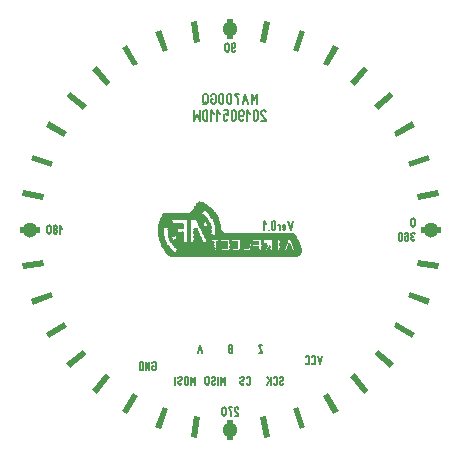
<source format=gbr>
%FSLAX34Y34*%
%MOMM*%
%LNSILK_BOTTOM*%
G71*
G01*
%ADD10C, 0.127*%
%ADD11C, 1.300*%
%ADD12R, 10.592X0.025*%
%ADD13R, 10.820X0.025*%
%ADD14R, 10.947X0.025*%
%ADD15R, 11.024X0.025*%
%ADD16R, 11.100X0.025*%
%ADD17R, 11.151X0.025*%
%ADD18R, 11.201X0.025*%
%ADD19R, 11.252X0.025*%
%ADD20R, 11.303X0.025*%
%ADD21R, 11.328X0.025*%
%ADD22R, 11.379X0.025*%
%ADD23R, 11.430X0.025*%
%ADD24R, 11.455X0.025*%
%ADD25R, 11.481X0.025*%
%ADD26R, 10.693X0.025*%
%ADD27R, 0.787X0.025*%
%ADD28R, 10.668X0.025*%
%ADD29R, 0.762X0.025*%
%ADD30R, 0.737X0.025*%
%ADD31R, 10.643X0.025*%
%ADD32R, 10.617X0.025*%
%ADD33R, 0.711X0.025*%
%ADD34R, 0.483X0.025*%
%ADD35R, 0.533X0.025*%
%ADD36R, 0.584X0.025*%
%ADD37R, 0.356X0.025*%
%ADD38R, 0.838X0.025*%
%ADD39R, 0.330X0.025*%
%ADD40R, 0.305X0.025*%
%ADD41R, 3.150X0.025*%
%ADD42R, 0.686X0.025*%
%ADD43R, 0.508X0.025*%
%ADD44R, 0.559X0.025*%
%ADD45R, 0.813X0.025*%
%ADD46R, 0.279X0.025*%
%ADD47R, 0.457X0.025*%
%ADD48R, 0.254X0.025*%
%ADD49R, 3.124X0.025*%
%ADD50R, 0.432X0.025*%
%ADD51R, 0.229X0.025*%
%ADD52R, 0.660X0.025*%
%ADD53R, 0.406X0.025*%
%ADD54R, 0.381X0.025*%
%ADD55R, 3.175X0.025*%
%ADD56R, 0.940X0.025*%
%ADD57R, 3.226X0.025*%
%ADD58R, 0.965X0.025*%
%ADD59R, 3.251X0.025*%
%ADD60R, 0.635X0.025*%
%ADD61R, 0.203X0.025*%
%ADD62R, 0.991X0.025*%
%ADD63R, 3.277X0.025*%
%ADD64R, 0.178X0.025*%
%ADD65R, 1.016X0.025*%
%ADD66R, 3.302X0.025*%
%ADD67R, 1.041X0.025*%
%ADD68R, 3.353X0.025*%
%ADD69R, 0.152X0.025*%
%ADD70R, 3.378X0.025*%
%ADD71R, 0.127X0.025*%
%ADD72R, 3.404X0.025*%
%ADD73R, 0.610X0.025*%
%ADD74R, 0.102X0.025*%
%ADD75R, 3.429X0.025*%
%ADD76R, 3.454X0.025*%
%ADD77R, 0.076X0.025*%
%ADD78R, 3.480X0.025*%
%ADD79R, 3.505X0.025*%
%ADD80R, 3.531X0.025*%
%ADD81R, 3.556X0.025*%
%ADD82R, 3.581X0.025*%
%ADD83R, 3.607X0.025*%
%ADD84R, 3.632X0.025*%
%ADD85R, 3.658X0.025*%
%ADD86R, 0.864X0.025*%
%ADD87R, 1.651X0.025*%
%ADD88R, 1.092X0.025*%
%ADD89R, 1.118X0.025*%
%ADD90R, 1.143X0.025*%
%ADD91R, 1.168X0.025*%
%ADD92R, 7.849X0.025*%
%ADD93R, 7.823X0.025*%
%ADD94R, 7.874X0.025*%
%ADD95R, 1.295X0.025*%
%ADD96R, 1.321X0.025*%
%ADD97R, 6.833X0.025*%
%ADD98R, 0.914X0.025*%
%ADD99R, 6.807X0.025*%
%ADD100R, 6.756X0.025*%
%ADD101R, 6.731X0.025*%
%ADD102R, 6.655X0.025*%
%ADD103R, 6.604X0.025*%
%ADD104R, 6.528X0.025*%
%ADD105R, 1.346X0.025*%
%ADD106R, 0.889X0.025*%
%ADD107R, 1.372X0.025*%
%ADD108R, 1.499X0.025*%
%ADD109R, 2.159X0.025*%
%ADD110R, 2.134X0.025*%
%ADD111R, 2.108X0.025*%
%ADD112R, 1.245X0.025*%
%ADD113R, 1.219X0.025*%
%ADD114R, 1.194X0.025*%
%ADD115R, 1.067X0.025*%
%ADD116R, 4.089X0.025*%
%ADD117R, 4.039X0.025*%
%ADD118R, 4.013X0.025*%
%ADD119R, 3.988X0.025*%
%ADD120R, 3.962X0.025*%
%ADD121R, 3.912X0.025*%
%ADD122R, 3.886X0.025*%
%ADD123R, 3.861X0.025*%
%ADD124R, 3.835X0.025*%
%ADD125R, 3.810X0.025*%
%ADD126R, 3.759X0.025*%
%ADD127R, 3.708X0.025*%
%ADD128R, 3.683X0.025*%
%ADD129R, 3.099X0.025*%
%ADD130R, 1.753X0.025*%
%ADD131R, 1.727X0.025*%
%ADD132R, 1.676X0.025*%
%ADD133R, 1.626X0.025*%
%ADD134R, 1.600X0.025*%
%ADD135R, 1.549X0.025*%
%ADD136R, 1.473X0.025*%
%ADD137R, 1.422X0.025*%
%ADD138R, 1.270X0.025*%
%ADD139C, 0.159*%
%ADD140R, 1.800X0.500*%
%ADD141R, 0.500X1.800*%
%LPD*%
G54D10*
X-4344Y-131444D02*
X-4344Y-124333D01*
X-6122Y-128777D01*
X-7900Y-124333D01*
X-7900Y-131444D01*
G54D10*
X-10390Y-131444D02*
X-10390Y-124333D01*
G54D10*
X-12878Y-130110D02*
X-13234Y-130999D01*
X-13945Y-131444D01*
X-14656Y-131444D01*
X-15367Y-130999D01*
X-15723Y-130110D01*
X-15723Y-129222D01*
X-15367Y-128333D01*
X-14656Y-127888D01*
X-13945Y-127888D01*
X-13234Y-127444D01*
X-12878Y-126555D01*
X-12878Y-125666D01*
X-13234Y-124777D01*
X-13945Y-124333D01*
X-14656Y-124333D01*
X-15367Y-124777D01*
X-15723Y-125666D01*
G54D10*
X-21056Y-125666D02*
X-21056Y-130110D01*
X-20700Y-130999D01*
X-19989Y-131444D01*
X-19278Y-131444D01*
X-18567Y-130999D01*
X-18212Y-130110D01*
X-18212Y-125666D01*
X-18567Y-124777D01*
X-19278Y-124333D01*
X-19989Y-124333D01*
X-20700Y-124777D01*
X-21056Y-125666D01*
G54D10*
X-29745Y-131444D02*
X-29745Y-124333D01*
X-31523Y-128777D01*
X-33301Y-124333D01*
X-33301Y-131444D01*
G54D10*
X-38634Y-125666D02*
X-38634Y-130110D01*
X-38279Y-130999D01*
X-37568Y-131444D01*
X-36857Y-131444D01*
X-36146Y-130999D01*
X-35790Y-130110D01*
X-35790Y-125666D01*
X-36146Y-124777D01*
X-36857Y-124333D01*
X-37568Y-124333D01*
X-38279Y-124777D01*
X-38634Y-125666D01*
G54D10*
X-41123Y-130110D02*
X-41479Y-130999D01*
X-42190Y-131444D01*
X-42901Y-131444D01*
X-43612Y-130999D01*
X-43967Y-130110D01*
X-43967Y-129222D01*
X-43612Y-128333D01*
X-42901Y-127888D01*
X-42190Y-127888D01*
X-41479Y-127444D01*
X-41123Y-126555D01*
X-41123Y-125666D01*
X-41479Y-124777D01*
X-42190Y-124333D01*
X-42901Y-124333D01*
X-43612Y-124777D01*
X-43967Y-125666D01*
G54D10*
X-46456Y-131444D02*
X-46456Y-124333D01*
G54D10*
X13945Y-130110D02*
X14300Y-130999D01*
X15011Y-131444D01*
X15722Y-131444D01*
X16433Y-130999D01*
X16789Y-130110D01*
X16789Y-125666D01*
X16433Y-124777D01*
X15722Y-124333D01*
X15011Y-124333D01*
X14300Y-124777D01*
X13945Y-125666D01*
G54D10*
X11456Y-130110D02*
X11100Y-130999D01*
X10389Y-131444D01*
X9678Y-131444D01*
X8967Y-130999D01*
X8612Y-130110D01*
X8612Y-129222D01*
X8967Y-128333D01*
X9678Y-127888D01*
X10389Y-127888D01*
X11100Y-127444D01*
X11456Y-126555D01*
X11456Y-125666D01*
X11100Y-124777D01*
X10389Y-124333D01*
X9678Y-124333D01*
X8967Y-124777D01*
X8612Y-125666D01*
G54D10*
X44822Y-130110D02*
X44466Y-130999D01*
X43755Y-131444D01*
X43044Y-131444D01*
X42333Y-130999D01*
X41978Y-130110D01*
X41978Y-129222D01*
X42333Y-128333D01*
X43044Y-127888D01*
X43755Y-127888D01*
X44466Y-127444D01*
X44822Y-126555D01*
X44822Y-125666D01*
X44466Y-124777D01*
X43755Y-124333D01*
X43044Y-124333D01*
X42333Y-124777D01*
X41978Y-125666D01*
G54D10*
X36645Y-130110D02*
X37000Y-130999D01*
X37711Y-131444D01*
X38422Y-131444D01*
X39133Y-130999D01*
X39489Y-130110D01*
X39489Y-125666D01*
X39133Y-124777D01*
X38422Y-124333D01*
X37711Y-124333D01*
X37000Y-124777D01*
X36645Y-125666D01*
G54D10*
X34156Y-131444D02*
X34156Y-124333D01*
G54D10*
X34156Y-129222D02*
X31312Y-124333D01*
G54D10*
X33089Y-127888D02*
X31312Y-131444D01*
G54D10*
X-23622Y-104456D02*
X-25400Y-97345D01*
X-27178Y-104456D01*
G54D10*
X-24334Y-101790D02*
X-26467Y-101790D01*
G54D10*
X1422Y-104433D02*
X1422Y-97322D01*
X-355Y-97322D01*
X-1066Y-97766D01*
X-1422Y-98655D01*
X-1422Y-99544D01*
X-1066Y-100433D01*
X-355Y-100877D01*
X-1066Y-101322D01*
X-1422Y-102210D01*
X-1422Y-103099D01*
X-1066Y-103988D01*
X-355Y-104433D01*
X1422Y-104433D01*
G54D10*
X1422Y-100877D02*
X-355Y-100877D01*
G54D10*
X26844Y-97322D02*
X24000Y-97322D01*
X26844Y-104433D01*
X24000Y-104433D01*
G54D10*
X-64567Y-115332D02*
X-65990Y-115332D01*
X-65990Y-117554D01*
X-65634Y-118443D01*
X-64923Y-118888D01*
X-64212Y-118888D01*
X-63501Y-118443D01*
X-63145Y-117554D01*
X-63145Y-113110D01*
X-63501Y-112221D01*
X-64212Y-111777D01*
X-64923Y-111777D01*
X-65634Y-112221D01*
X-65990Y-113110D01*
G54D10*
X-68478Y-118888D02*
X-68478Y-111777D01*
X-71323Y-118888D01*
X-71323Y-111777D01*
G54D10*
X-73811Y-118888D02*
X-73811Y-111777D01*
X-75589Y-111777D01*
X-76300Y-112221D01*
X-76656Y-113110D01*
X-76656Y-117554D01*
X-76300Y-118443D01*
X-75589Y-118888D01*
X-73811Y-118888D01*
G54D10*
X77934Y-106777D02*
X76156Y-113888D01*
X74378Y-106777D01*
G54D10*
X69044Y-112554D02*
X69400Y-113443D01*
X70111Y-113888D01*
X70822Y-113888D01*
X71533Y-113443D01*
X71889Y-112554D01*
X71889Y-108110D01*
X71533Y-107221D01*
X70822Y-106777D01*
X70111Y-106777D01*
X69400Y-107221D01*
X69044Y-108110D01*
G54D10*
X63711Y-112554D02*
X64067Y-113443D01*
X64778Y-113888D01*
X65489Y-113888D01*
X66200Y-113443D01*
X66556Y-112554D01*
X66556Y-108110D01*
X66200Y-107221D01*
X65489Y-106777D01*
X64778Y-106777D01*
X64067Y-107221D01*
X63711Y-108110D01*
G54D10*
X4089Y152088D02*
X3733Y151199D01*
X3022Y150754D01*
X2311Y150754D01*
X1600Y151199D01*
X1245Y152088D01*
X1245Y154310D01*
X1245Y154754D01*
X2311Y153866D01*
X3022Y153866D01*
X3733Y154310D01*
X4089Y155199D01*
X4089Y156532D01*
X3733Y157421D01*
X3022Y157866D01*
X2311Y157866D01*
X1600Y157421D01*
X1245Y156532D01*
X1245Y154310D01*
G54D10*
X-4088Y156532D02*
X-4088Y152088D01*
X-3733Y151199D01*
X-3022Y150754D01*
X-2311Y150754D01*
X-1600Y151199D01*
X-1244Y152088D01*
X-1244Y156532D01*
X-1600Y157421D01*
X-2311Y157866D01*
X-3022Y157866D01*
X-3733Y157421D01*
X-4088Y156532D01*
G54D10*
X3911Y-157336D02*
X6756Y-157336D01*
X6756Y-156892D01*
X6400Y-156003D01*
X4267Y-153336D01*
X3911Y-152447D01*
X3911Y-151558D01*
X4267Y-150670D01*
X4978Y-150225D01*
X5689Y-150225D01*
X6400Y-150670D01*
X6756Y-151558D01*
G54D10*
X1422Y-150225D02*
X-1422Y-150225D01*
X-1066Y-151114D01*
X-355Y-152447D01*
X356Y-154225D01*
X711Y-155558D01*
X711Y-157336D01*
G54D10*
X-6755Y-151558D02*
X-6755Y-156003D01*
X-6399Y-156892D01*
X-5688Y-157336D01*
X-4977Y-157336D01*
X-4266Y-156892D01*
X-3910Y-156003D01*
X-3910Y-151558D01*
X-4266Y-150670D01*
X-4977Y-150225D01*
X-5688Y-150225D01*
X-6399Y-150670D01*
X-6755Y-151558D01*
X170000Y0D02*
G54D11*
D03*
X0Y170000D02*
G54D11*
D03*
X-170000Y0D02*
G54D11*
D03*
X0Y-170000D02*
G54D11*
D03*
G54D10*
X153222Y8175D02*
X153222Y3731D01*
X153578Y2842D01*
X154289Y2398D01*
X155000Y2398D01*
X155711Y2842D01*
X156066Y3731D01*
X156066Y8175D01*
X155711Y9064D01*
X155000Y9509D01*
X154289Y9509D01*
X153578Y9064D01*
X153222Y8175D01*
G54D10*
X156112Y-3731D02*
X155756Y-2842D01*
X155045Y-2398D01*
X154334Y-2398D01*
X153623Y-2842D01*
X153268Y-3731D01*
X153268Y-4620D01*
X153623Y-5509D01*
X154334Y-5953D01*
X153623Y-6398D01*
X153268Y-7286D01*
X153268Y-8176D01*
X153623Y-9064D01*
X154334Y-9509D01*
X155045Y-9509D01*
X155756Y-9064D01*
X156112Y-8176D01*
G54D10*
X147935Y-3731D02*
X148290Y-2842D01*
X149001Y-2398D01*
X149712Y-2398D01*
X150423Y-2842D01*
X150779Y-3731D01*
X150779Y-5953D01*
X150779Y-6398D01*
X149712Y-5509D01*
X149001Y-5509D01*
X148290Y-5953D01*
X147935Y-6842D01*
X147935Y-8176D01*
X148290Y-9064D01*
X149001Y-9509D01*
X149712Y-9509D01*
X150423Y-9064D01*
X150779Y-8176D01*
X150779Y-5953D01*
G54D10*
X142602Y-3731D02*
X142602Y-8176D01*
X142957Y-9064D01*
X143668Y-9509D01*
X144379Y-9509D01*
X145090Y-9064D01*
X145446Y-8176D01*
X145446Y-3731D01*
X145090Y-2842D01*
X144379Y-2398D01*
X143668Y-2398D01*
X142957Y-2842D01*
X142602Y-3731D01*
G54D10*
X-142556Y889D02*
X-144334Y3555D01*
X-144334Y-3556D01*
G54D10*
X-148600Y0D02*
X-147889Y0D01*
X-147178Y444D01*
X-146823Y1333D01*
X-146823Y2222D01*
X-147178Y3111D01*
X-147889Y3555D01*
X-148600Y3555D01*
X-149312Y3111D01*
X-149667Y2222D01*
X-149667Y1333D01*
X-149312Y444D01*
X-148600Y0D01*
X-149312Y-445D01*
X-149667Y-1334D01*
X-149667Y-2222D01*
X-149312Y-3111D01*
X-148600Y-3556D01*
X-147889Y-3556D01*
X-147178Y-3111D01*
X-146823Y-2222D01*
X-146823Y-1334D01*
X-147178Y-445D01*
X-147889Y0D01*
G54D10*
X-155000Y2222D02*
X-155000Y-2222D01*
X-154645Y-3111D01*
X-153934Y-3556D01*
X-153222Y-3556D01*
X-152511Y-3111D01*
X-152156Y-2222D01*
X-152156Y2222D01*
X-152511Y3111D01*
X-153222Y3555D01*
X-153934Y3555D01*
X-154645Y3111D01*
X-155000Y2222D01*
X7704Y-18034D02*
G54D12*
D03*
X3386Y-23114D02*
G54D12*
D03*
X3512Y-22860D02*
G54D13*
D03*
X3386Y-22606D02*
G54D14*
D03*
X3512Y-22352D02*
G54D15*
D03*
X3386Y-22098D02*
G54D16*
D03*
X3386Y-21844D02*
G54D17*
D03*
X3386Y-21590D02*
G54D18*
D03*
X3386Y-21336D02*
G54D19*
D03*
X3386Y-21082D02*
G54D20*
D03*
X3258Y-20828D02*
G54D21*
D03*
X3258Y-20574D02*
G54D22*
D03*
X3258Y-20320D02*
G54D23*
D03*
X3132Y-20066D02*
G54D24*
D03*
X3004Y-19812D02*
G54D25*
D03*
X7196Y-19558D02*
G54D26*
D03*
X12276Y-15494D02*
G54D27*
D03*
X12276Y-15240D02*
G54D27*
D03*
X12276Y-14986D02*
G54D27*
D03*
X12276Y-14732D02*
G54D27*
D03*
X12276Y-14478D02*
G54D27*
D03*
X12276Y-14224D02*
G54D27*
D03*
X12276Y-13970D02*
G54D27*
D03*
X12276Y-13716D02*
G54D27*
D03*
X12276Y-13462D02*
G54D27*
D03*
X12276Y-13208D02*
G54D27*
D03*
X12276Y-12954D02*
G54D27*
D03*
X12276Y-12700D02*
G54D27*
D03*
X12276Y-12446D02*
G54D27*
D03*
X12276Y-12192D02*
G54D27*
D03*
X12276Y-11938D02*
G54D27*
D03*
X12276Y-11684D02*
G54D27*
D03*
X12276Y-11430D02*
G54D27*
D03*
X12276Y-11176D02*
G54D27*
D03*
X12276Y-10922D02*
G54D27*
D03*
X12276Y-10668D02*
G54D27*
D03*
X12276Y-10414D02*
G54D27*
D03*
X12276Y-10160D02*
G54D27*
D03*
X12276Y-9906D02*
G54D27*
D03*
X12276Y-9652D02*
G54D27*
D03*
X12276Y-9398D02*
G54D27*
D03*
X21166Y-17272D02*
G54D27*
D03*
X-18966Y-4826D02*
G54D27*
D03*
X-19728Y-3048D02*
G54D27*
D03*
X-27094Y-9906D02*
G54D27*
D03*
X-27094Y-10160D02*
G54D27*
D03*
X-48938Y-508D02*
G54D27*
D03*
X-48938Y-254D02*
G54D27*
D03*
X-17950Y15748D02*
G54D27*
D03*
X-24554Y21082D02*
G54D27*
D03*
X-50716Y-19558D02*
G54D27*
D03*
X7322Y-19304D02*
G54D28*
D03*
X7322Y-19050D02*
G54D28*
D03*
X3258Y-15494D02*
G54D29*
D03*
X3258Y-15240D02*
G54D29*
D03*
X3258Y-14986D02*
G54D29*
D03*
X3258Y-14732D02*
G54D29*
D03*
X3258Y-14478D02*
G54D29*
D03*
X3258Y-12192D02*
G54D29*
D03*
X3258Y-11938D02*
G54D29*
D03*
X3258Y-11684D02*
G54D29*
D03*
X3258Y-11430D02*
G54D29*
D03*
X3258Y-11176D02*
G54D29*
D03*
X3258Y-10922D02*
G54D29*
D03*
X3258Y-10668D02*
G54D29*
D03*
X12148Y-15748D02*
G54D29*
D03*
X21292Y-15748D02*
G54D29*
D03*
X21292Y-15494D02*
G54D29*
D03*
X21292Y-15240D02*
G54D29*
D03*
X21292Y-14986D02*
G54D29*
D03*
X21292Y-16002D02*
G54D29*
D03*
X21292Y-16256D02*
G54D29*
D03*
X21292Y-16510D02*
G54D29*
D03*
X21292Y-16764D02*
G54D29*
D03*
X21292Y-17018D02*
G54D29*
D03*
X21292Y-12446D02*
G54D29*
D03*
X21292Y-12192D02*
G54D29*
D03*
X21292Y-11938D02*
G54D29*
D03*
X21292Y-11684D02*
G54D29*
D03*
X21292Y-11430D02*
G54D29*
D03*
X21292Y-11176D02*
G54D29*
D03*
X21292Y-10922D02*
G54D29*
D03*
X21292Y-10668D02*
G54D29*
D03*
X45422Y-9906D02*
G54D29*
D03*
X45422Y-9652D02*
G54D29*
D03*
X45422Y-9398D02*
G54D29*
D03*
X56852Y-17780D02*
G54D29*
D03*
X-8934Y-3048D02*
G54D29*
D03*
X-19856Y-3302D02*
G54D29*
D03*
X-27222Y-9398D02*
G54D29*
D03*
X-27222Y-9652D02*
G54D29*
D03*
X-43224Y-9144D02*
G54D29*
D03*
X-49066Y0D02*
G54D29*
D03*
X-17824Y15494D02*
G54D29*
D03*
X-24682Y21336D02*
G54D29*
D03*
X-51098Y-19304D02*
G54D29*
D03*
X-51224Y-19050D02*
G54D30*
D03*
X-51478Y-18796D02*
G54D30*
D03*
X-51732Y-18542D02*
G54D30*
D03*
X-43096Y-8890D02*
G54D30*
D03*
X-27348Y-8890D02*
G54D30*
D03*
X-27348Y-8636D02*
G54D30*
D03*
X-27348Y-9144D02*
G54D30*
D03*
X-19728Y-3810D02*
G54D30*
D03*
X-19728Y-3556D02*
G54D30*
D03*
X3132Y-12446D02*
G54D30*
D03*
X3132Y-14224D02*
G54D30*
D03*
X3132Y-15748D02*
G54D30*
D03*
X12022Y-16002D02*
G54D30*
D03*
X21166Y-14732D02*
G54D30*
D03*
X21166Y-12700D02*
G54D30*
D03*
X45296Y-10414D02*
G54D30*
D03*
X45296Y-10160D02*
G54D30*
D03*
X56980Y-17526D02*
G54D30*
D03*
X-16680Y14478D02*
G54D30*
D03*
X-16934Y14732D02*
G54D30*
D03*
X-17188Y14986D02*
G54D30*
D03*
X-17442Y15240D02*
G54D30*
D03*
X-48938Y254D02*
G54D30*
D03*
X7450Y-18796D02*
G54D31*
D03*
X7576Y-18542D02*
G54D32*
D03*
X7576Y-18288D02*
G54D32*
D03*
X11894Y-16256D02*
G54D33*
D03*
X3004Y-16002D02*
G54D33*
D03*
X3004Y-12700D02*
G54D33*
D03*
X21038Y-12954D02*
G54D33*
D03*
X45168Y-11176D02*
G54D33*
D03*
X45168Y-10922D02*
G54D33*
D03*
X45168Y-10668D02*
G54D33*
D03*
X56090Y-14224D02*
G54D33*
D03*
X56852Y-16256D02*
G54D33*
D03*
X57106Y-17018D02*
G54D33*
D03*
X57106Y-17272D02*
G54D33*
D03*
X-9188Y-2794D02*
G54D33*
D03*
X-19602Y-4064D02*
G54D33*
D03*
X-19602Y-4318D02*
G54D33*
D03*
X-27476Y-8128D02*
G54D33*
D03*
X-27476Y-8382D02*
G54D33*
D03*
X-42970Y-6350D02*
G54D33*
D03*
X-42970Y-6096D02*
G54D33*
D03*
X-42970Y-5842D02*
G54D33*
D03*
X-24428Y5842D02*
G54D33*
D03*
X-16554Y14224D02*
G54D33*
D03*
X-52114Y-18288D02*
G54D33*
D03*
X-52368Y-18034D02*
G54D33*
D03*
X-28618Y-3810D02*
G54D34*
D03*
X-28618Y-3556D02*
G54D34*
D03*
X28786Y-12700D02*
G54D34*
D03*
X28786Y-15240D02*
G54D34*
D03*
X44026Y-16764D02*
G54D34*
D03*
X44026Y-17018D02*
G54D34*
D03*
X50122Y-17526D02*
G54D34*
D03*
X50122Y-17780D02*
G54D34*
D03*
X44280Y-16002D02*
G54D35*
D03*
X44280Y-15748D02*
G54D35*
D03*
X44280Y-15494D02*
G54D35*
D03*
X43518Y-17780D02*
G54D35*
D03*
X37930Y-17272D02*
G54D35*
D03*
X37930Y-17018D02*
G54D35*
D03*
X37930Y-16764D02*
G54D35*
D03*
X37930Y-16510D02*
G54D35*
D03*
X37930Y-16256D02*
G54D35*
D03*
X37930Y-16002D02*
G54D35*
D03*
X37930Y-15748D02*
G54D35*
D03*
X37930Y-15494D02*
G54D35*
D03*
X37930Y-15240D02*
G54D35*
D03*
X37930Y-14986D02*
G54D35*
D03*
X37930Y-14732D02*
G54D35*
D03*
X37930Y-14478D02*
G54D35*
D03*
X37930Y-14224D02*
G54D35*
D03*
X37930Y-13970D02*
G54D35*
D03*
X37930Y-13716D02*
G54D35*
D03*
X37930Y-13462D02*
G54D35*
D03*
X37930Y-13208D02*
G54D35*
D03*
X37930Y-12954D02*
G54D35*
D03*
X37930Y-12700D02*
G54D35*
D03*
X37930Y-12446D02*
G54D35*
D03*
X37930Y-12192D02*
G54D35*
D03*
X37930Y-11938D02*
G54D35*
D03*
X37930Y-11684D02*
G54D35*
D03*
X37930Y-11430D02*
G54D35*
D03*
X37930Y-11176D02*
G54D35*
D03*
X37930Y-10922D02*
G54D35*
D03*
X37930Y-10668D02*
G54D35*
D03*
X37930Y-10414D02*
G54D35*
D03*
X37930Y-10160D02*
G54D35*
D03*
X37930Y-9906D02*
G54D35*
D03*
X37930Y-9652D02*
G54D35*
D03*
X37930Y-9398D02*
G54D35*
D03*
X29040Y-13462D02*
G54D35*
D03*
X29040Y-14732D02*
G54D35*
D03*
X-9822Y-17272D02*
G54D35*
D03*
X-28364Y-4826D02*
G54D35*
D03*
X-28364Y-4572D02*
G54D35*
D03*
X-18966Y2286D02*
G54D35*
D03*
X-11092Y4572D02*
G54D35*
D03*
X-11092Y4826D02*
G54D35*
D03*
X-10838Y4064D02*
G54D35*
D03*
X-10838Y3810D02*
G54D35*
D03*
X-10838Y3556D02*
G54D35*
D03*
X-10584Y3048D02*
G54D35*
D03*
X-10584Y2794D02*
G54D35*
D03*
X-10584Y2540D02*
G54D35*
D03*
X-10584Y2286D02*
G54D35*
D03*
X-10330Y1778D02*
G54D35*
D03*
X-10330Y1524D02*
G54D35*
D03*
X-10330Y1270D02*
G54D35*
D03*
X-10330Y1016D02*
G54D35*
D03*
X-10330Y762D02*
G54D35*
D03*
X-10330Y508D02*
G54D35*
D03*
X-10076Y-254D02*
G54D35*
D03*
X-10076Y-508D02*
G54D35*
D03*
X-10076Y-762D02*
G54D35*
D03*
X-11346Y5588D02*
G54D35*
D03*
X-25062Y22098D02*
G54D35*
D03*
X-58336Y1270D02*
G54D35*
D03*
X-58336Y1016D02*
G54D35*
D03*
X-58590Y0D02*
G54D35*
D03*
X-58590Y-254D02*
G54D35*
D03*
X-58590Y-508D02*
G54D35*
D03*
X-58590Y-762D02*
G54D35*
D03*
X-58590Y-1016D02*
G54D35*
D03*
X-58590Y-1270D02*
G54D35*
D03*
X-58590Y-1524D02*
G54D35*
D03*
X-58590Y-1778D02*
G54D35*
D03*
X-58590Y-2032D02*
G54D35*
D03*
X-58590Y-2286D02*
G54D35*
D03*
X-58590Y-2540D02*
G54D35*
D03*
X-58590Y-2794D02*
G54D35*
D03*
X-58590Y-3048D02*
G54D35*
D03*
X-58590Y-3302D02*
G54D35*
D03*
X-58590Y-3556D02*
G54D35*
D03*
X-58336Y-4826D02*
G54D35*
D03*
X-58336Y-5080D02*
G54D35*
D03*
X-58336Y-5334D02*
G54D35*
D03*
X-58336Y-5588D02*
G54D35*
D03*
X-58336Y-5842D02*
G54D35*
D03*
X-58336Y-6096D02*
G54D35*
D03*
X-58082Y-6350D02*
G54D35*
D03*
X-58082Y-6604D02*
G54D35*
D03*
X-58082Y-6858D02*
G54D35*
D03*
X-58082Y-7112D02*
G54D35*
D03*
X-57828Y-7620D02*
G54D35*
D03*
X-57828Y-7874D02*
G54D35*
D03*
X-57828Y-8128D02*
G54D35*
D03*
X-57574Y-8636D02*
G54D35*
D03*
X-57574Y-8890D02*
G54D35*
D03*
X-56812Y-10922D02*
G54D36*
D03*
X-56558Y-11430D02*
G54D36*
D03*
X-56558Y-11684D02*
G54D36*
D03*
X-56304Y-11938D02*
G54D36*
D03*
X-56304Y-12192D02*
G54D36*
D03*
X-56050Y-12446D02*
G54D36*
D03*
X-56050Y-12700D02*
G54D36*
D03*
X-55796Y-12954D02*
G54D36*
D03*
X-55796Y-13208D02*
G54D36*
D03*
X-55542Y-13462D02*
G54D36*
D03*
X-28110Y-5842D02*
G54D36*
D03*
X-28110Y-5588D02*
G54D36*
D03*
X-9822Y-1524D02*
G54D36*
D03*
X-24808Y5080D02*
G54D36*
D03*
X-13124Y9652D02*
G54D36*
D03*
X-12870Y9144D02*
G54D36*
D03*
X-12616Y8890D02*
G54D36*
D03*
X-12616Y8636D02*
G54D36*
D03*
X-12362Y8382D02*
G54D36*
D03*
X-12362Y8128D02*
G54D36*
D03*
X-12108Y7620D02*
G54D36*
D03*
X29294Y-13970D02*
G54D36*
D03*
X37676Y-17780D02*
G54D36*
D03*
X44534Y-14478D02*
G54D36*
D03*
X44534Y-14224D02*
G54D36*
D03*
X-10076Y-17780D02*
G54D36*
D03*
X27388Y-17780D02*
G54D37*
D03*
X27642Y-17526D02*
G54D37*
D03*
X27896Y-17272D02*
G54D37*
D03*
X28150Y-17018D02*
G54D37*
D03*
X32214Y-17780D02*
G54D37*
D03*
X49994Y-16002D02*
G54D37*
D03*
X-29254Y-1016D02*
G54D37*
D03*
X-29254Y-762D02*
G54D37*
D03*
X-19982Y-2032D02*
G54D38*
D03*
X-19982Y-2286D02*
G54D38*
D03*
X-26840Y-10922D02*
G54D38*
D03*
X-26840Y-11176D02*
G54D38*
D03*
X-48684Y-1270D02*
G54D38*
D03*
X-48684Y-1016D02*
G54D38*
D03*
X20912Y-17780D02*
G54D38*
D03*
X32342Y-17526D02*
G54D39*
D03*
X50122Y-15748D02*
G54D39*
D03*
X50122Y-15494D02*
G54D39*
D03*
X9228Y-17780D02*
G54D39*
D03*
X-29380Y-508D02*
G54D39*
D03*
X-29380Y-254D02*
G54D39*
D03*
X-18204Y2794D02*
G54D39*
D03*
X-29508Y0D02*
G54D40*
D03*
X-35096Y7620D02*
G54D40*
D03*
X-50082Y-8890D02*
G54D40*
D03*
X-49828Y-9398D02*
G54D40*
D03*
X210Y-17780D02*
G54D40*
D03*
X9354Y-17526D02*
G54D40*
D03*
X32468Y-17272D02*
G54D40*
D03*
X49994Y-15240D02*
G54D40*
D03*
X-29254Y-17018D02*
G54D41*
D03*
X-29254Y-17526D02*
G54D41*
D03*
X-29254Y-17780D02*
G54D41*
D03*
X-42842Y-8636D02*
G54D42*
D03*
X-42842Y-6858D02*
G54D42*
D03*
X-42842Y-6604D02*
G54D42*
D03*
X-27602Y-7620D02*
G54D42*
D03*
X-27602Y-7874D02*
G54D42*
D03*
X-19474Y-4572D02*
G54D42*
D03*
X-9314Y-2540D02*
G54D42*
D03*
X20912Y-13208D02*
G54D42*
D03*
X11768Y-16510D02*
G54D42*
D03*
X2878Y-16256D02*
G54D42*
D03*
X45042Y-11938D02*
G54D42*
D03*
X45042Y-11684D02*
G54D42*
D03*
X45042Y-11430D02*
G54D42*
D03*
X54186Y-9398D02*
G54D42*
D03*
X54440Y-9906D02*
G54D42*
D03*
X54440Y-10160D02*
G54D42*
D03*
X54694Y-10414D02*
G54D42*
D03*
X54694Y-10668D02*
G54D42*
D03*
X54948Y-11176D02*
G54D42*
D03*
X54948Y-11430D02*
G54D42*
D03*
X55202Y-11684D02*
G54D42*
D03*
X55202Y-11938D02*
G54D42*
D03*
X55202Y-12192D02*
G54D42*
D03*
X55456Y-12446D02*
G54D42*
D03*
X55456Y-12700D02*
G54D42*
D03*
X55710Y-12954D02*
G54D42*
D03*
X55710Y-13208D02*
G54D42*
D03*
X55710Y-13462D02*
G54D42*
D03*
X55964Y-13716D02*
G54D42*
D03*
X55964Y-13970D02*
G54D42*
D03*
X56218Y-14478D02*
G54D42*
D03*
X56218Y-14732D02*
G54D42*
D03*
X56472Y-14986D02*
G54D42*
D03*
X56472Y-15240D02*
G54D42*
D03*
X56472Y-15494D02*
G54D42*
D03*
X56726Y-15748D02*
G54D42*
D03*
X56726Y-16002D02*
G54D42*
D03*
X56980Y-16510D02*
G54D42*
D03*
X56980Y-16764D02*
G54D42*
D03*
X-15664Y13462D02*
G54D42*
D03*
X-15918Y13716D02*
G54D42*
D03*
X-16172Y13970D02*
G54D42*
D03*
X-24808Y21590D02*
G54D42*
D03*
X-53002Y-17272D02*
G54D42*
D03*
X-52748Y-17526D02*
G54D42*
D03*
X-52494Y-17780D02*
G54D42*
D03*
X-58464Y-4572D02*
G54D43*
D03*
X-58464Y-4318D02*
G54D43*
D03*
X-58464Y-4064D02*
G54D43*
D03*
X-58464Y-3810D02*
G54D43*
D03*
X-58464Y254D02*
G54D43*
D03*
X-58464Y508D02*
G54D43*
D03*
X-58464Y762D02*
G54D43*
D03*
X-28492Y-4064D02*
G54D43*
D03*
X-28492Y-4318D02*
G54D43*
D03*
X-10204Y0D02*
G54D43*
D03*
X-10204Y254D02*
G54D43*
D03*
X-10458Y2032D02*
G54D43*
D03*
X-24936Y4826D02*
G54D43*
D03*
X-9696Y-12954D02*
G54D43*
D03*
X-9696Y-13208D02*
G54D43*
D03*
X-9696Y-13462D02*
G54D43*
D03*
X-9696Y-13716D02*
G54D43*
D03*
X-9696Y-13970D02*
G54D43*
D03*
X-9696Y-16764D02*
G54D43*
D03*
X-9696Y-17018D02*
G54D43*
D03*
X28912Y-14986D02*
G54D43*
D03*
X28912Y-13208D02*
G54D43*
D03*
X28912Y-12954D02*
G54D43*
D03*
X43644Y-17526D02*
G54D43*
D03*
X43898Y-17272D02*
G54D43*
D03*
X44152Y-16510D02*
G54D43*
D03*
X44152Y-16256D02*
G54D43*
D03*
X44406Y-15240D02*
G54D44*
D03*
X44406Y-14986D02*
G54D44*
D03*
X44406Y-14732D02*
G54D44*
D03*
X37802Y-17526D02*
G54D44*
D03*
X29166Y-14478D02*
G54D44*
D03*
X29166Y-14224D02*
G54D44*
D03*
X29166Y-13716D02*
G54D44*
D03*
X-9950Y-17526D02*
G54D44*
D03*
X-28238Y-5334D02*
G54D44*
D03*
X-28238Y-5080D02*
G54D44*
D03*
X-9950Y-1270D02*
G54D44*
D03*
X-9950Y-1016D02*
G54D44*
D03*
X-10712Y3302D02*
G54D44*
D03*
X-10966Y4318D02*
G54D44*
D03*
X-11220Y5080D02*
G54D44*
D03*
X-11220Y5334D02*
G54D44*
D03*
X-11474Y5842D02*
G54D44*
D03*
X-11474Y6096D02*
G54D44*
D03*
X-11728Y6350D02*
G54D44*
D03*
X-11728Y6604D02*
G54D44*
D03*
X-11728Y6858D02*
G54D44*
D03*
X-11982Y7112D02*
G54D44*
D03*
X-11982Y7366D02*
G54D44*
D03*
X-12236Y7874D02*
G54D44*
D03*
X-49574Y-5842D02*
G54D44*
D03*
X-57702Y-8382D02*
G54D44*
D03*
X-57448Y-9144D02*
G54D44*
D03*
X-57448Y-9398D02*
G54D44*
D03*
X-57194Y-9652D02*
G54D44*
D03*
X-57194Y-9906D02*
G54D44*
D03*
X-57194Y-10160D02*
G54D44*
D03*
X-56940Y-10414D02*
G54D44*
D03*
X-56940Y-10668D02*
G54D44*
D03*
X-56686Y-11176D02*
G54D44*
D03*
X-57956Y-7366D02*
G54D44*
D03*
X-43478Y-9398D02*
G54D45*
D03*
X-26968Y-10414D02*
G54D45*
D03*
X-26968Y-10668D02*
G54D45*
D03*
X-19856Y-2794D02*
G54D45*
D03*
X-19856Y-2540D02*
G54D45*
D03*
X-48812Y-762D02*
G54D45*
D03*
X21038Y-17526D02*
G54D45*
D03*
X32596Y-17018D02*
G54D46*
D03*
X27770Y-12192D02*
G54D46*
D03*
X9482Y-17272D02*
G54D46*
D03*
X338Y-17526D02*
G54D46*
D03*
X-35222Y-11176D02*
G54D46*
D03*
X-35222Y-10922D02*
G54D46*
D03*
X-35222Y-10668D02*
G54D46*
D03*
X-35222Y-10414D02*
G54D46*
D03*
X-35222Y-10160D02*
G54D46*
D03*
X-35222Y-9906D02*
G54D46*
D03*
X-35222Y-9652D02*
G54D46*
D03*
X-35222Y-9398D02*
G54D46*
D03*
X-35222Y-9144D02*
G54D46*
D03*
X-35222Y-8890D02*
G54D46*
D03*
X-35222Y-8636D02*
G54D46*
D03*
X-35222Y-8382D02*
G54D46*
D03*
X-35222Y-8128D02*
G54D46*
D03*
X-35222Y-7874D02*
G54D46*
D03*
X-35222Y-7620D02*
G54D46*
D03*
X-35222Y-7366D02*
G54D46*
D03*
X-35222Y-7112D02*
G54D46*
D03*
X-35222Y-6858D02*
G54D46*
D03*
X-35222Y-6604D02*
G54D46*
D03*
X-35222Y-6350D02*
G54D46*
D03*
X-35222Y-6096D02*
G54D46*
D03*
X-35222Y-5842D02*
G54D46*
D03*
X-35222Y-5588D02*
G54D46*
D03*
X-35222Y-5334D02*
G54D46*
D03*
X-35222Y-5080D02*
G54D46*
D03*
X-35222Y-4826D02*
G54D46*
D03*
X-35222Y-4572D02*
G54D46*
D03*
X-35222Y-4318D02*
G54D46*
D03*
X-35222Y-4064D02*
G54D46*
D03*
X-35222Y-3810D02*
G54D46*
D03*
X-35222Y-3556D02*
G54D46*
D03*
X-35222Y-3302D02*
G54D46*
D03*
X-35222Y-3048D02*
G54D46*
D03*
X-35222Y-2794D02*
G54D46*
D03*
X-35222Y-2540D02*
G54D46*
D03*
X-35222Y-2286D02*
G54D46*
D03*
X-35222Y-2032D02*
G54D46*
D03*
X-35222Y-1778D02*
G54D46*
D03*
X-35222Y-1524D02*
G54D46*
D03*
X-35222Y-1270D02*
G54D46*
D03*
X-35222Y-1016D02*
G54D46*
D03*
X-35222Y-762D02*
G54D46*
D03*
X-35222Y-508D02*
G54D46*
D03*
X-35222Y-254D02*
G54D46*
D03*
X-35222Y0D02*
G54D46*
D03*
X-35222Y254D02*
G54D46*
D03*
X-35222Y508D02*
G54D46*
D03*
X-35222Y762D02*
G54D46*
D03*
X-35222Y1016D02*
G54D46*
D03*
X-35222Y1270D02*
G54D46*
D03*
X-35222Y1524D02*
G54D46*
D03*
X-35222Y1778D02*
G54D46*
D03*
X-35222Y2032D02*
G54D46*
D03*
X-35222Y2286D02*
G54D46*
D03*
X-35222Y2540D02*
G54D46*
D03*
X-35222Y2794D02*
G54D46*
D03*
X-35222Y3048D02*
G54D46*
D03*
X-35222Y3302D02*
G54D46*
D03*
X-35222Y3556D02*
G54D46*
D03*
X-35222Y3810D02*
G54D46*
D03*
X-35222Y4064D02*
G54D46*
D03*
X-35222Y4318D02*
G54D46*
D03*
X-35222Y4572D02*
G54D46*
D03*
X-35222Y4826D02*
G54D46*
D03*
X-35222Y5080D02*
G54D46*
D03*
X-35222Y5334D02*
G54D46*
D03*
X-35222Y5588D02*
G54D46*
D03*
X-35222Y5842D02*
G54D46*
D03*
X-35222Y6096D02*
G54D46*
D03*
X-35222Y6350D02*
G54D46*
D03*
X-35222Y6604D02*
G54D46*
D03*
X-35222Y6858D02*
G54D46*
D03*
X-35222Y7112D02*
G54D46*
D03*
X-35222Y7366D02*
G54D46*
D03*
X-29380Y254D02*
G54D46*
D03*
X-18458Y4572D02*
G54D46*
D03*
X-18458Y4826D02*
G54D46*
D03*
X-18712Y5080D02*
G54D46*
D03*
X-18712Y5334D02*
G54D46*
D03*
X-18966Y5588D02*
G54D46*
D03*
X-18966Y5842D02*
G54D46*
D03*
X-18204Y4064D02*
G54D46*
D03*
X-18204Y3810D02*
G54D46*
D03*
X-17950Y3302D02*
G54D46*
D03*
X-17950Y3048D02*
G54D46*
D03*
X-49700Y-9652D02*
G54D46*
D03*
X-49954Y-9144D02*
G54D46*
D03*
X-50208Y-8636D02*
G54D46*
D03*
X-50208Y-8382D02*
G54D46*
D03*
X-50462Y-8128D02*
G54D46*
D03*
X-50462Y-7874D02*
G54D46*
D03*
X-50716Y-7366D02*
G54D46*
D03*
X-50716Y-7112D02*
G54D46*
D03*
X-50970Y-6604D02*
G54D46*
D03*
X-25316Y22860D02*
G54D46*
D03*
X50122Y-14986D02*
G54D46*
D03*
X49994Y-17272D02*
G54D47*
D03*
X28658Y-15748D02*
G54D47*
D03*
X28658Y-15494D02*
G54D47*
D03*
X28658Y-12446D02*
G54D47*
D03*
X-18332Y-9652D02*
G54D47*
D03*
X-18332Y-9398D02*
G54D47*
D03*
X-28746Y-3302D02*
G54D47*
D03*
X-28746Y-3048D02*
G54D47*
D03*
X-28746Y-2794D02*
G54D47*
D03*
X-25190Y4572D02*
G54D47*
D03*
X-50082Y-6096D02*
G54D47*
D03*
X-25190Y22352D02*
G54D47*
D03*
X-18332Y4318D02*
G54D48*
D03*
X-18078Y3556D02*
G54D48*
D03*
X-8426Y-9398D02*
G54D48*
D03*
X-8426Y-9652D02*
G54D48*
D03*
X-8426Y-9906D02*
G54D48*
D03*
X-8426Y-10160D02*
G54D48*
D03*
X-8426Y-10414D02*
G54D48*
D03*
X718Y-9398D02*
G54D48*
D03*
X9608Y-16764D02*
G54D48*
D03*
X9608Y-17018D02*
G54D48*
D03*
X464Y-17272D02*
G54D48*
D03*
X18752Y-9398D02*
G54D48*
D03*
X27642Y-9398D02*
G54D48*
D03*
X27642Y-9652D02*
G54D48*
D03*
X27642Y-9906D02*
G54D48*
D03*
X27642Y-10160D02*
G54D48*
D03*
X27642Y-10414D02*
G54D48*
D03*
X27642Y-10668D02*
G54D48*
D03*
X27642Y-10922D02*
G54D48*
D03*
X27642Y-11176D02*
G54D48*
D03*
X27642Y-11430D02*
G54D48*
D03*
X27642Y-11684D02*
G54D48*
D03*
X27642Y-11938D02*
G54D48*
D03*
X32722Y-16510D02*
G54D48*
D03*
X32722Y-16764D02*
G54D48*
D03*
X49994Y-14732D02*
G54D48*
D03*
X-50590Y-7620D02*
G54D48*
D03*
X-50844Y-6858D02*
G54D48*
D03*
X-29126Y-17272D02*
G54D49*
D03*
X-18204Y-10160D02*
G54D50*
D03*
X-18204Y-9906D02*
G54D50*
D03*
X-28872Y-2540D02*
G54D50*
D03*
X-28872Y-2286D02*
G54D50*
D03*
X-24554Y3048D02*
G54D50*
D03*
X-24808Y3556D02*
G54D50*
D03*
X-25062Y4064D02*
G54D50*
D03*
X-18458Y2540D02*
G54D50*
D03*
X28532Y-16002D02*
G54D50*
D03*
X50122Y-17018D02*
G54D50*
D03*
X50122Y-14478D02*
G54D51*
D03*
X50122Y-14224D02*
G54D51*
D03*
X32850Y-16256D02*
G54D51*
D03*
X18626Y-14478D02*
G54D51*
D03*
X18626Y-14224D02*
G54D51*
D03*
X18626Y-13970D02*
G54D51*
D03*
X18626Y-13716D02*
G54D51*
D03*
X18626Y-13462D02*
G54D51*
D03*
X18626Y-10414D02*
G54D51*
D03*
X18626Y-10160D02*
G54D51*
D03*
X18626Y-9906D02*
G54D51*
D03*
X18626Y-9652D02*
G54D51*
D03*
X592Y-9652D02*
G54D51*
D03*
X592Y-9906D02*
G54D51*
D03*
X592Y-10160D02*
G54D51*
D03*
X592Y-10414D02*
G54D51*
D03*
X592Y-12954D02*
G54D51*
D03*
X592Y-13208D02*
G54D51*
D03*
X592Y-13462D02*
G54D51*
D03*
X592Y-13716D02*
G54D51*
D03*
X592Y-13970D02*
G54D51*
D03*
X592Y-16764D02*
G54D51*
D03*
X592Y-17018D02*
G54D51*
D03*
X2750Y-16510D02*
G54D52*
D03*
X-16808Y-10668D02*
G54D52*
D03*
X-27730Y-7366D02*
G54D52*
D03*
X-27730Y-7112D02*
G54D52*
D03*
X-42716Y-7112D02*
G54D52*
D03*
X-42716Y-7366D02*
G54D52*
D03*
X-54146Y-15748D02*
G54D52*
D03*
X-53638Y-16510D02*
G54D52*
D03*
X-53384Y-16764D02*
G54D52*
D03*
X-53130Y-17018D02*
G54D52*
D03*
X-24428Y5588D02*
G54D52*
D03*
X-14776Y12192D02*
G54D52*
D03*
X-15030Y12446D02*
G54D52*
D03*
X-15030Y12700D02*
G54D52*
D03*
X-15284Y12954D02*
G54D52*
D03*
X-15538Y13208D02*
G54D52*
D03*
X44914Y-12192D02*
G54D52*
D03*
X44914Y-12446D02*
G54D52*
D03*
X54312Y-9652D02*
G54D52*
D03*
X54820Y-10922D02*
G54D52*
D03*
X49994Y-16764D02*
G54D53*
D03*
X28404Y-16256D02*
G54D53*
D03*
X-18078Y-10414D02*
G54D53*
D03*
X-29000Y-2032D02*
G54D53*
D03*
X-29000Y-1778D02*
G54D53*
D03*
X-24174Y2286D02*
G54D53*
D03*
X-24428Y2540D02*
G54D53*
D03*
X-24428Y2794D02*
G54D53*
D03*
X-24682Y3302D02*
G54D53*
D03*
X-24936Y3810D02*
G54D53*
D03*
X-25190Y4318D02*
G54D53*
D03*
X-29126Y-1270D02*
G54D54*
D03*
X-29126Y-1524D02*
G54D54*
D03*
X-50462Y-6350D02*
G54D54*
D03*
X-25316Y22606D02*
G54D54*
D03*
X28278Y-16510D02*
G54D54*
D03*
X28278Y-16764D02*
G54D54*
D03*
X50122Y-16510D02*
G54D54*
D03*
X50122Y-16256D02*
G54D54*
D03*
X-29380Y-16764D02*
G54D55*
D03*
X-7536Y-16510D02*
G54D56*
D03*
X-20744Y508D02*
G54D56*
D03*
X-20744Y762D02*
G54D56*
D03*
X-28110Y14478D02*
G54D56*
D03*
X-27602Y15240D02*
G54D56*
D03*
X-39794Y13208D02*
G54D57*
D03*
X-29634Y-16510D02*
G54D57*
D03*
X-7410Y-16256D02*
G54D58*
D03*
X-7410Y-12700D02*
G54D58*
D03*
X-20872Y1016D02*
G54D58*
D03*
X-20872Y1270D02*
G54D58*
D03*
X-21126Y1524D02*
G54D58*
D03*
X-21126Y1778D02*
G54D58*
D03*
X-28492Y13970D02*
G54D58*
D03*
X-28238Y14224D02*
G54D58*
D03*
X-27984Y14732D02*
G54D58*
D03*
X-27730Y14986D02*
G54D58*
D03*
X-27476Y15494D02*
G54D58*
D03*
X-27222Y15748D02*
G54D58*
D03*
X-24174Y20320D02*
G54D58*
D03*
X-29762Y-16256D02*
G54D59*
D03*
X-16680Y-11430D02*
G54D60*
D03*
X-16680Y-11176D02*
G54D60*
D03*
X-16680Y-10922D02*
G54D60*
D03*
X-27856Y-6858D02*
G54D60*
D03*
X-27856Y-6604D02*
G54D60*
D03*
X-42588Y-7620D02*
G54D60*
D03*
X-42588Y-7874D02*
G54D60*
D03*
X-42588Y-8382D02*
G54D60*
D03*
X-54526Y-15240D02*
G54D60*
D03*
X-54272Y-15494D02*
G54D60*
D03*
X-54018Y-16002D02*
G54D60*
D03*
X-53764Y-16256D02*
G54D60*
D03*
X-9568Y-2286D02*
G54D60*
D03*
X-13886Y10922D02*
G54D60*
D03*
X-14140Y11430D02*
G54D60*
D03*
X-14394Y11684D02*
G54D60*
D03*
X-14648Y11938D02*
G54D60*
D03*
X44788Y-12700D02*
G54D60*
D03*
X44788Y-12954D02*
G54D60*
D03*
X44788Y-13208D02*
G54D60*
D03*
X49994Y-13970D02*
G54D61*
D03*
X32976Y-16002D02*
G54D61*
D03*
X-7282Y-16002D02*
G54D62*
D03*
X-7282Y-12446D02*
G54D62*
D03*
X-21252Y2032D02*
G54D62*
D03*
X-29888Y-16002D02*
G54D63*
D03*
X33104Y-15748D02*
G54D64*
D03*
X33104Y-15494D02*
G54D64*
D03*
X50122Y-13716D02*
G54D64*
D03*
X50122Y-13462D02*
G54D64*
D03*
X-7156Y-14224D02*
G54D65*
D03*
X-7156Y-15748D02*
G54D65*
D03*
X-7156Y-12192D02*
G54D65*
D03*
X-7156Y-10668D02*
G54D65*
D03*
X-23412Y7112D02*
G54D65*
D03*
X-28746Y13716D02*
G54D65*
D03*
X-54400Y7366D02*
G54D65*
D03*
X-39922Y12954D02*
G54D66*
D03*
X-30016Y-15748D02*
G54D66*
D03*
X-7028Y-15494D02*
G54D67*
D03*
X-7028Y-15240D02*
G54D67*
D03*
X-7028Y-14986D02*
G54D67*
D03*
X-7028Y-14732D02*
G54D67*
D03*
X-7028Y-14478D02*
G54D67*
D03*
X-7028Y-11938D02*
G54D67*
D03*
X-7028Y-11684D02*
G54D67*
D03*
X-7028Y-11430D02*
G54D67*
D03*
X-7028Y-11176D02*
G54D67*
D03*
X-7028Y-10922D02*
G54D67*
D03*
X-22776Y6096D02*
G54D67*
D03*
X-23030Y6350D02*
G54D67*
D03*
X-23030Y6604D02*
G54D67*
D03*
X-23284Y6858D02*
G54D67*
D03*
X-23538Y7366D02*
G54D67*
D03*
X-23792Y7620D02*
G54D67*
D03*
X-24046Y20066D02*
G54D67*
D03*
X-30270Y-15494D02*
G54D68*
D03*
X33230Y-15240D02*
G54D69*
D03*
X49994Y-13208D02*
G54D69*
D03*
X-30396Y-15240D02*
G54D70*
D03*
X-39794Y12700D02*
G54D70*
D03*
X33358Y-14986D02*
G54D71*
D03*
X50122Y-12954D02*
G54D71*
D03*
X50122Y-12700D02*
G54D71*
D03*
X-30524Y-14986D02*
G54D72*
D03*
X-42462Y-8128D02*
G54D73*
D03*
X-54908Y-14478D02*
G54D73*
D03*
X-54908Y-14732D02*
G54D73*
D03*
X-54654Y-14986D02*
G54D73*
D03*
X-55162Y-14224D02*
G54D73*
D03*
X-55416Y-13970D02*
G54D73*
D03*
X-55416Y-13716D02*
G54D73*
D03*
X-27984Y-6350D02*
G54D73*
D03*
X-27984Y-6096D02*
G54D73*
D03*
X-9696Y-2032D02*
G54D73*
D03*
X-9696Y-1778D02*
G54D73*
D03*
X-24682Y5334D02*
G54D73*
D03*
X-13506Y10160D02*
G54D73*
D03*
X-13506Y10414D02*
G54D73*
D03*
X-13760Y10668D02*
G54D73*
D03*
X-14014Y11176D02*
G54D73*
D03*
X-13252Y9906D02*
G54D73*
D03*
X-12998Y9398D02*
G54D73*
D03*
X-24936Y21844D02*
G54D73*
D03*
X44660Y-13462D02*
G54D73*
D03*
X44660Y-13716D02*
G54D73*
D03*
X44660Y-13970D02*
G54D73*
D03*
X49994Y-12446D02*
G54D74*
D03*
X33484Y-14478D02*
G54D74*
D03*
X33484Y-14732D02*
G54D74*
D03*
X-30650Y-14732D02*
G54D75*
D03*
X-39794Y12446D02*
G54D75*
D03*
X-30778Y-14224D02*
G54D76*
D03*
X-30778Y-14478D02*
G54D76*
D03*
X-39794Y-2286D02*
G54D77*
D03*
X-39794Y-2032D02*
G54D77*
D03*
X-40048Y4826D02*
G54D77*
D03*
X-25316Y23114D02*
G54D77*
D03*
X33612Y-14224D02*
G54D77*
D03*
G36*
X33738Y-14098D02*
X33484Y-14098D01*
X33484Y-13844D01*
X33738Y-13844D01*
X33738Y-14098D01*
G37*
G36*
X50248Y-12320D02*
X49994Y-12320D01*
X49994Y-12066D01*
X50248Y-12066D01*
X50248Y-12320D01*
G37*
X-30904Y-13970D02*
G54D78*
D03*
X-39794Y12192D02*
G54D78*
D03*
X-31032Y-13716D02*
G54D79*
D03*
X-31158Y-13462D02*
G54D80*
D03*
X-39794Y11938D02*
G54D80*
D03*
X-39668Y11684D02*
G54D81*
D03*
X-31286Y-12954D02*
G54D81*
D03*
X-31286Y-13208D02*
G54D81*
D03*
X-31412Y-12700D02*
G54D82*
D03*
X-31540Y-12446D02*
G54D83*
D03*
X-39668Y11430D02*
G54D83*
D03*
X-39540Y11176D02*
G54D84*
D03*
X-31666Y-11938D02*
G54D84*
D03*
X-31666Y-12192D02*
G54D84*
D03*
X-31794Y-11684D02*
G54D85*
D03*
X-26714Y-11430D02*
G54D86*
D03*
X-43732Y-9652D02*
G54D86*
D03*
X-48558Y-1778D02*
G54D86*
D03*
X-48558Y-1524D02*
G54D86*
D03*
X-20110Y-1524D02*
G54D86*
D03*
X-20110Y-1778D02*
G54D86*
D03*
X-8426Y-3302D02*
G54D86*
D03*
X-24428Y20828D02*
G54D86*
D03*
X-41826Y-11430D02*
G54D87*
D03*
X-44874Y-11176D02*
G54D88*
D03*
X-54272Y6604D02*
G54D88*
D03*
X-54400Y6350D02*
G54D89*
D03*
X-23920Y19558D02*
G54D89*
D03*
X-45002Y-10668D02*
G54D89*
D03*
X-45002Y-10922D02*
G54D89*
D03*
X-45128Y-10414D02*
G54D90*
D03*
X-45128Y-10160D02*
G54D90*
D03*
X-54272Y5842D02*
G54D90*
D03*
X-54272Y6096D02*
G54D90*
D03*
X-45256Y-9906D02*
G54D91*
D03*
X16848Y-5842D02*
G54D92*
D03*
X17102Y-6350D02*
G54D92*
D03*
X17102Y-6604D02*
G54D92*
D03*
X17356Y-6858D02*
G54D92*
D03*
X17610Y-7366D02*
G54D92*
D03*
X17610Y-7620D02*
G54D92*
D03*
X17864Y-7874D02*
G54D92*
D03*
X17864Y-8128D02*
G54D92*
D03*
X18118Y-8382D02*
G54D92*
D03*
X18118Y-8636D02*
G54D92*
D03*
X18372Y-9144D02*
G54D92*
D03*
X18244Y-8890D02*
G54D93*
D03*
X16974Y-6096D02*
G54D93*
D03*
X16720Y-5588D02*
G54D93*
D03*
X16466Y-5334D02*
G54D93*
D03*
X17482Y-7112D02*
G54D94*
D03*
X-45890Y-5588D02*
G54D95*
D03*
X-46144Y508D02*
G54D95*
D03*
X-46018Y762D02*
G54D96*
D03*
X-46018Y-3810D02*
G54D96*
D03*
X-46018Y-4064D02*
G54D96*
D03*
X-46018Y-4318D02*
G54D96*
D03*
X-46018Y-4572D02*
G54D96*
D03*
X-46018Y-4826D02*
G54D96*
D03*
X-46018Y-5080D02*
G54D96*
D03*
X-46018Y-5334D02*
G54D96*
D03*
X-23666Y18542D02*
G54D96*
D03*
X21166Y-5080D02*
G54D97*
D03*
X-18078Y-5080D02*
G54D98*
D03*
X-20364Y-762D02*
G54D98*
D03*
X-20618Y0D02*
G54D98*
D03*
X-20618Y254D02*
G54D98*
D03*
X-24174Y20574D02*
G54D98*
D03*
X21038Y-4826D02*
G54D99*
D03*
X20784Y-4572D02*
G54D100*
D03*
X20658Y-4318D02*
G54D101*
D03*
X20530Y-4064D02*
G54D102*
D03*
X20276Y-3810D02*
G54D103*
D03*
X19896Y-3556D02*
G54D104*
D03*
X-46144Y-3556D02*
G54D105*
D03*
X-46144Y-3302D02*
G54D105*
D03*
X-46144Y-3048D02*
G54D105*
D03*
X-46144Y-2794D02*
G54D105*
D03*
X-46144Y-2540D02*
G54D105*
D03*
X-48430Y-2286D02*
G54D106*
D03*
X-48430Y-2032D02*
G54D106*
D03*
X-20490Y-508D02*
G54D106*
D03*
X-20490Y-254D02*
G54D106*
D03*
X-20236Y-1016D02*
G54D106*
D03*
X-20236Y-1270D02*
G54D106*
D03*
X-46272Y1016D02*
G54D107*
D03*
X-23412Y18288D02*
G54D107*
D03*
X-23284Y17526D02*
G54D108*
D03*
X-46906Y1270D02*
G54D108*
D03*
X-50208Y1524D02*
G54D109*
D03*
X-50208Y1778D02*
G54D109*
D03*
X-50208Y2032D02*
G54D109*
D03*
X-50082Y2286D02*
G54D110*
D03*
X-50082Y2540D02*
G54D110*
D03*
X-50082Y2794D02*
G54D110*
D03*
X-50082Y3048D02*
G54D110*
D03*
X-50082Y3302D02*
G54D110*
D03*
X-50082Y3556D02*
G54D110*
D03*
X-49954Y3810D02*
G54D111*
D03*
X-49954Y4064D02*
G54D111*
D03*
X-49954Y4318D02*
G54D111*
D03*
X-49954Y4572D02*
G54D111*
D03*
X-54018Y4826D02*
G54D112*
D03*
X-54146Y5080D02*
G54D113*
D03*
X-54146Y5334D02*
G54D113*
D03*
X-23666Y19050D02*
G54D113*
D03*
X-23792Y19304D02*
G54D114*
D03*
X-54272Y5588D02*
G54D114*
D03*
X-54400Y6858D02*
G54D115*
D03*
X-54400Y7112D02*
G54D115*
D03*
X-54146Y7620D02*
G54D115*
D03*
X-23920Y19812D02*
G54D115*
D03*
X-39032Y7874D02*
G54D116*
D03*
X-39032Y8128D02*
G54D117*
D03*
X-39160Y8382D02*
G54D118*
D03*
X-39032Y8636D02*
G54D119*
D03*
X-39160Y8890D02*
G54D120*
D03*
X-39160Y9144D02*
G54D121*
D03*
X-39286Y9398D02*
G54D122*
D03*
X-39160Y9652D02*
G54D123*
D03*
X-39286Y9906D02*
G54D124*
D03*
X-39414Y10160D02*
G54D125*
D03*
X-39414Y10414D02*
G54D126*
D03*
X-39414Y10668D02*
G54D127*
D03*
X-39540Y10922D02*
G54D128*
D03*
X-39414Y13462D02*
G54D129*
D03*
X-23030Y16002D02*
G54D130*
D03*
X-23158Y16256D02*
G54D131*
D03*
X-23158Y16510D02*
G54D132*
D03*
X-23158Y16764D02*
G54D133*
D03*
X-23284Y17018D02*
G54D134*
D03*
X-23284Y17272D02*
G54D135*
D03*
X-23412Y17780D02*
G54D136*
D03*
X-23412Y18034D02*
G54D137*
D03*
X-23666Y18796D02*
G54D138*
D03*
G54D139*
X22589Y106362D02*
X22589Y115251D01*
X20367Y109696D01*
X18145Y115251D01*
X18145Y106362D01*
G54D139*
X15034Y106362D02*
X12812Y115251D01*
X10590Y106362D01*
G54D139*
X14145Y109696D02*
X11478Y109696D01*
G54D139*
X7479Y115251D02*
X3923Y115251D01*
X4368Y114140D01*
X5257Y112474D01*
X6146Y110251D01*
X6590Y108585D01*
X6590Y106362D01*
G54D139*
X-2744Y113585D02*
X-2744Y108029D01*
X-2299Y106918D01*
X-1410Y106362D01*
X-521Y106362D01*
X368Y106918D01*
X812Y108029D01*
X812Y113585D01*
X368Y114696D01*
X-521Y115251D01*
X-1410Y115251D01*
X-2299Y114696D01*
X-2744Y113585D01*
G54D139*
X-9411Y113585D02*
X-9411Y108029D01*
X-8966Y106918D01*
X-8077Y106362D01*
X-7188Y106362D01*
X-6299Y106918D01*
X-5855Y108029D01*
X-5855Y113585D01*
X-6299Y114696D01*
X-7188Y115251D01*
X-8077Y115251D01*
X-8966Y114696D01*
X-9411Y113585D01*
G54D139*
X-14300Y110807D02*
X-16078Y110807D01*
X-16078Y108029D01*
X-15633Y106918D01*
X-14744Y106362D01*
X-13855Y106362D01*
X-12966Y106918D01*
X-12522Y108029D01*
X-12522Y113585D01*
X-12966Y114696D01*
X-13855Y115251D01*
X-14744Y115251D01*
X-15633Y114696D01*
X-16078Y113585D01*
G54D139*
X-20967Y108029D02*
X-23189Y106362D01*
G54D139*
X-22745Y113585D02*
X-22745Y108029D01*
X-22300Y106918D01*
X-21411Y106362D01*
X-20522Y106362D01*
X-19633Y106918D01*
X-19189Y108029D01*
X-19189Y113585D01*
X-19633Y114696D01*
X-20522Y115251D01*
X-21411Y115251D01*
X-22300Y114696D01*
X-22745Y113585D01*
G54D139*
X26369Y92075D02*
X29925Y92075D01*
X29925Y92631D01*
X29481Y93742D01*
X26814Y97075D01*
X26369Y98186D01*
X26369Y99297D01*
X26814Y100408D01*
X27703Y100964D01*
X28592Y100964D01*
X29481Y100408D01*
X29925Y99297D01*
G54D139*
X19702Y99297D02*
X19702Y93742D01*
X20147Y92631D01*
X21036Y92075D01*
X21925Y92075D01*
X22814Y92631D01*
X23258Y93742D01*
X23258Y99297D01*
X22814Y100408D01*
X21925Y100964D01*
X21036Y100964D01*
X20147Y100408D01*
X19702Y99297D01*
G54D139*
X16591Y97631D02*
X14369Y100964D01*
X14369Y92075D01*
G54D139*
X11258Y93742D02*
X10814Y92631D01*
X9925Y92075D01*
X9036Y92075D01*
X8147Y92631D01*
X7702Y93742D01*
X7702Y96519D01*
X7702Y97075D01*
X9036Y95964D01*
X9925Y95964D01*
X10814Y96519D01*
X11258Y97631D01*
X11258Y99297D01*
X10814Y100408D01*
X9925Y100964D01*
X9036Y100964D01*
X8147Y100408D01*
X7702Y99297D01*
X7702Y96519D01*
G54D139*
X1035Y99297D02*
X1035Y93742D01*
X1480Y92631D01*
X2369Y92075D01*
X3258Y92075D01*
X4147Y92631D01*
X4591Y93742D01*
X4591Y99297D01*
X4147Y100408D01*
X3258Y100964D01*
X2369Y100964D01*
X1480Y100408D01*
X1035Y99297D01*
G54D139*
X-5632Y100964D02*
X-2076Y100964D01*
X-2076Y97075D01*
X-2520Y97075D01*
X-3409Y97631D01*
X-4298Y97631D01*
X-5187Y97075D01*
X-5632Y95964D01*
X-5632Y93742D01*
X-5187Y92631D01*
X-4298Y92075D01*
X-3409Y92075D01*
X-2520Y92631D01*
X-2076Y93742D01*
G54D139*
X-8743Y97631D02*
X-10965Y100964D01*
X-10965Y92075D01*
G54D139*
X-14076Y97631D02*
X-16298Y100964D01*
X-16298Y92075D01*
G54D139*
X-19409Y92075D02*
X-19409Y100964D01*
X-21631Y100964D01*
X-22520Y100408D01*
X-22965Y99297D01*
X-22965Y93742D01*
X-22520Y92631D01*
X-21631Y92075D01*
X-19409Y92075D01*
G54D139*
X-26076Y100964D02*
X-26076Y92075D01*
X-28298Y97631D01*
X-30520Y92075D01*
X-30520Y100964D01*
G54D10*
X52752Y7111D02*
X50974Y0D01*
X49196Y7111D01*
G54D10*
X44573Y444D02*
X45142Y0D01*
X45853Y0D01*
X46564Y444D01*
X46706Y1333D01*
X46706Y2844D01*
X46351Y3733D01*
X45640Y4000D01*
X44929Y3733D01*
X44573Y3111D01*
X44573Y2222D01*
X46706Y2222D01*
G54D10*
X42084Y0D02*
X42084Y4000D01*
G54D10*
X42084Y3111D02*
X41373Y4000D01*
X40662Y4000D01*
G54D10*
X35329Y5778D02*
X35329Y1333D01*
X35685Y444D01*
X36396Y0D01*
X37107Y0D01*
X37818Y444D01*
X38174Y1333D01*
X38174Y5778D01*
X37818Y6667D01*
X37107Y7111D01*
X36396Y7111D01*
X35685Y6667D01*
X35329Y5778D01*
G54D10*
X32840Y0D02*
X32840Y0D01*
G54D10*
X30352Y4444D02*
X28574Y7111D01*
X28574Y0D01*
X170000Y0D02*
G54D140*
D03*
G36*
X176715Y28621D02*
X158988Y25495D01*
X158120Y30419D01*
X175846Y33545D01*
X176715Y28621D01*
G37*
G36*
X169060Y58872D02*
X152146Y52716D01*
X150435Y57414D01*
X167350Y63571D01*
X169060Y58872D01*
G37*
G36*
X156269Y87335D02*
X140680Y78335D01*
X138180Y82665D01*
X153769Y91665D01*
X156269Y87335D01*
G37*
G36*
X138729Y113144D02*
X124940Y101574D01*
X121726Y105404D01*
X135515Y116974D01*
X138729Y113144D01*
G37*
G36*
X116974Y135515D02*
X105404Y121726D01*
X101574Y124940D01*
X113144Y138729D01*
X116974Y135515D01*
G37*
G36*
X91665Y153769D02*
X82665Y138180D01*
X78335Y140680D01*
X87335Y156269D01*
X91665Y153769D01*
G37*
G36*
X63571Y167350D02*
X57414Y150435D01*
X52716Y152146D01*
X58872Y169060D01*
X63571Y167350D01*
G37*
G36*
X33545Y175846D02*
X30419Y158120D01*
X25495Y158988D01*
X28621Y176715D01*
X33545Y175846D01*
G37*
X0Y170000D02*
G54D141*
D03*
G36*
X-28621Y176715D02*
X-25495Y158988D01*
X-30419Y158120D01*
X-33545Y175846D01*
X-28621Y176715D01*
G37*
G36*
X-58872Y169060D02*
X-52716Y152146D01*
X-57414Y150435D01*
X-63571Y167350D01*
X-58872Y169060D01*
G37*
G36*
X-87335Y156269D02*
X-78335Y140680D01*
X-82665Y138180D01*
X-91665Y153769D01*
X-87335Y156269D01*
G37*
G36*
X-113144Y138729D02*
X-101574Y124940D01*
X-105404Y121726D01*
X-116974Y135515D01*
X-113144Y138729D01*
G37*
G36*
X-135515Y116974D02*
X-121726Y105404D01*
X-124940Y101574D01*
X-138729Y113144D01*
X-135515Y116974D01*
G37*
G36*
X-153769Y91665D02*
X-138180Y82665D01*
X-140680Y78335D01*
X-156269Y87335D01*
X-153769Y91665D01*
G37*
G36*
X-167350Y63571D02*
X-150435Y57415D01*
X-152146Y52716D01*
X-169060Y58872D01*
X-167350Y63571D01*
G37*
G36*
X-175846Y33545D02*
X-158120Y30419D01*
X-158988Y25495D01*
X-176715Y28621D01*
X-175846Y33545D01*
G37*
X-170000Y0D02*
G54D140*
D03*
G36*
X-176715Y-28621D02*
X-158988Y-25495D01*
X-158120Y-30419D01*
X-175846Y-33545D01*
X-176715Y-28621D01*
G37*
G36*
X-169060Y-58872D02*
X-152146Y-52716D01*
X-150435Y-57414D01*
X-167350Y-63571D01*
X-169060Y-58872D01*
G37*
G36*
X-156269Y-87335D02*
X-140680Y-78335D01*
X-138180Y-82665D01*
X-153769Y-91665D01*
X-156269Y-87335D01*
G37*
G36*
X-138729Y-113144D02*
X-124940Y-101574D01*
X-121726Y-105404D01*
X-135515Y-116974D01*
X-138729Y-113144D01*
G37*
G36*
X-116974Y-135515D02*
X-105404Y-121726D01*
X-101574Y-124940D01*
X-113144Y-138729D01*
X-116974Y-135515D01*
G37*
G36*
X-91665Y-153768D02*
X-82665Y-138180D01*
X-78335Y-140680D01*
X-87335Y-156268D01*
X-91665Y-153768D01*
G37*
G36*
X-63571Y-167350D02*
X-57414Y-150436D01*
X-52716Y-152146D01*
X-58872Y-169060D01*
X-63571Y-167350D01*
G37*
G36*
X-33545Y-175846D02*
X-30419Y-158120D01*
X-25495Y-158988D01*
X-28621Y-176715D01*
X-33545Y-175846D01*
G37*
X0Y-170000D02*
G54D141*
D03*
G36*
X28621Y-176715D02*
X25495Y-158988D01*
X30419Y-158120D01*
X33545Y-175846D01*
X28621Y-176715D01*
G37*
G36*
X58872Y-169060D02*
X52716Y-152146D01*
X57414Y-150436D01*
X63571Y-167350D01*
X58872Y-169060D01*
G37*
G36*
X87335Y-156268D02*
X78335Y-140680D01*
X82665Y-138180D01*
X91665Y-153768D01*
X87335Y-156268D01*
G37*
G36*
X113144Y-138729D02*
X101574Y-124940D01*
X105404Y-121726D01*
X116974Y-135515D01*
X113144Y-138729D01*
G37*
G36*
X135515Y-116974D02*
X121726Y-105404D01*
X124940Y-101574D01*
X138729Y-113144D01*
X135515Y-116974D01*
G37*
G36*
X153768Y-91665D02*
X138180Y-82665D01*
X140680Y-78335D01*
X156269Y-87335D01*
X153768Y-91665D01*
G37*
G36*
X167350Y-63571D02*
X150435Y-57414D01*
X152146Y-52716D01*
X169060Y-58872D01*
X167350Y-63571D01*
G37*
G36*
X175846Y-33545D02*
X158120Y-30419D01*
X158988Y-25495D01*
X176715Y-28621D01*
X175846Y-33545D01*
G37*
M02*

</source>
